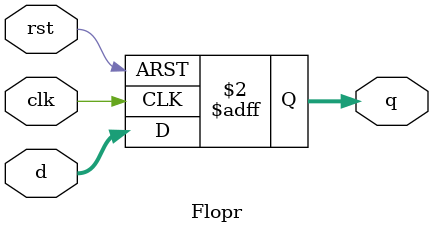
<source format=v>
module Flopr#(parameter WIDTH = 8)(
	input clk, rst,
	input [WIDTH - 1:0] d,
	output reg [WIDTH - 1:0] q
	);
	always @(posedge clk or posedge rst) begin
		if (rst) begin
			q <= 0;
		end else begin
			q <= d;
		end
	end
endmodule
</source>
